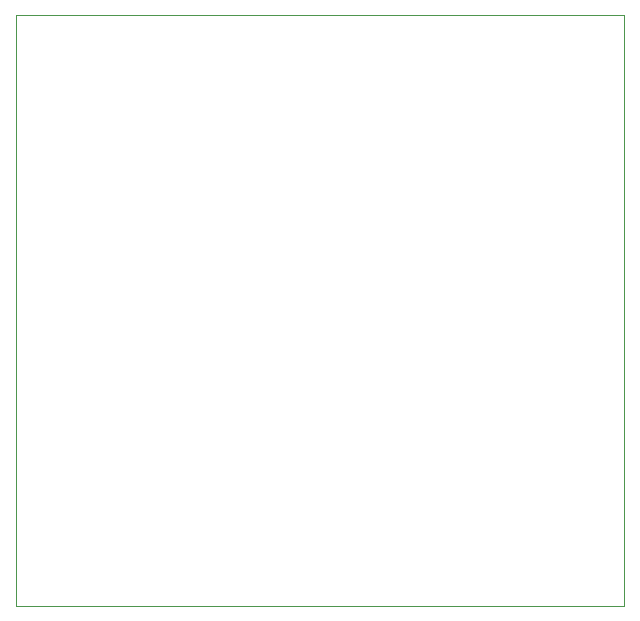
<source format=gbr>
%TF.GenerationSoftware,KiCad,Pcbnew,8.0.2*%
%TF.CreationDate,2024-05-13T17:43:01+03:00*%
%TF.ProjectId,MobileAdapter,4d6f6269-6c65-4416-9461-707465722e6b,rev?*%
%TF.SameCoordinates,Original*%
%TF.FileFunction,Profile,NP*%
%FSLAX46Y46*%
G04 Gerber Fmt 4.6, Leading zero omitted, Abs format (unit mm)*
G04 Created by KiCad (PCBNEW 8.0.2) date 2024-05-13 17:43:01*
%MOMM*%
%LPD*%
G01*
G04 APERTURE LIST*
%TA.AperFunction,Profile*%
%ADD10C,0.100000*%
%TD*%
G04 APERTURE END LIST*
D10*
X88036400Y-66446400D02*
X139536400Y-66446400D01*
X139536400Y-116436400D01*
X88036400Y-116436400D01*
X88036400Y-66446400D01*
M02*

</source>
